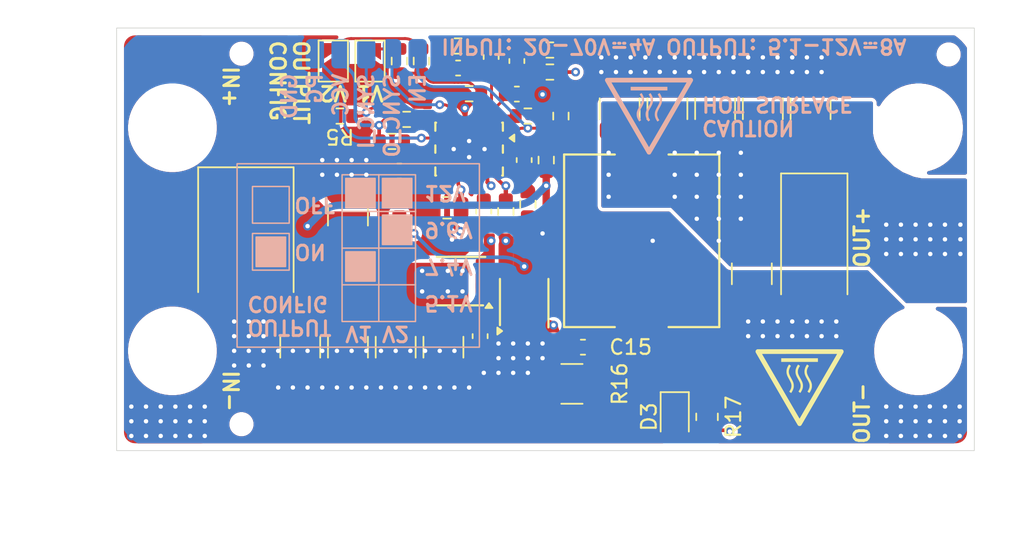
<source format=kicad_pcb>
(kicad_pcb (version 20241229) (generator "pcbnew") (generator_version "9.0")
  (title_block (title "Super Step Down P3A2") (date "2025-10-04") (rev "B") (company "UBCO Aerospace Club") (comment 1 "By Julian Joaquin") (comment 2 "An independent prototype design for the Super Step Down V3"))
  (layers (0 "F.Cu" signal) (4 "In1.Cu" signal) (6 "In2.Cu" signal) (2 "B.Cu" signal) (13 "F.Paste" user) (15 "B.Paste" user) (5 "F.SilkS" user "F.Silkscreen") (7 "B.SilkS" user "B.Silkscreen") (1 "F.Mask" user) (3 "B.Mask" user) (25 "Edge.Cuts" user))
  (net 0 "")
  (net 1 "PGND")
  (net 2 "AGND")
  (net 3 "VCC")
  (net 4 "/SS_TRK")
  (net 5 "/BST")
  (net 6 "/ILIM")
  (net 7 "/FB")
  (net 8 "/COMP_RC2")
  (net 9 "/COMP")
  (net 10 "/COMP_RC1")
  (net 11 "VOUT")
  (net 12 "SYNCIN")
  (net 13 "/HO")
  (net 14 "/SW")
  (net 15 "PG")
  (net 16 "/LO")
  (net 17 "SYNCOUT")
  (net 18 "/RT")
  (net 19 "/VOUT_LED")
  (net 20 "/RBST")
  (net 22 "/U1_VIN")
  (net 23 "U1_EN")
  (net 24 "VBAT")
  (net 25 "/SNUB_RC")
  (net 26 "/JP_CFG1")
  (net 27 "/JP_CFG2")
  (footprint "Capacitor_SMD:C_1210_3225Metric" (layer "F.Cu") (at 167.25 105.5 90)
    (property "Reference" "C21" (hide yes))
    (property "Value" "22uF")
  )
  (footprint "Capacitor_SMD:C_0603_1608Metric" (layer "F.Cu") (at 145 112.5 90)
    (property "Reference" "C13" (hide yes))
    (property "Value" "100nF")
  )
  (footprint "Resistor_SMD:R_0603_1608Metric" (layer "F.Cu") (at 148 112 90)
    (property "Reference" "R6" (hide yes))
    (property "Value" "2.2")
  )
  (footprint "Resistor_SMD:R_0603_1608Metric" (layer "F.Cu") (at 149.5 103 180)
    (property "Reference" "R8" (hide yes))
    (property "Value" "220")
  )
  (footprint "TSDSON-8:PG-TSDSON-8-26" (layer "F.Cu") (at 147.75 118.75 90)
    (property "Reference" "Q2" (hide yes))
    (property "Value" "BSZ096N10LS5")
  )
  (footprint "Capacitor_SMD:C_0603_1608Metric" (layer "F.Cu") (at 147.25 102.25 90)
    (property "Reference" "C10" (hide yes))
    (property "Value" "1.5nF")
  )
  (footprint "TSDSON-8:PG-TSDSON-8-26_TV" (layer "F.Cu") (at 143.45 117.25 180)
    (property "Reference" "Q1" (hide yes))
    (property "Value" "IAUZ30N10S5L240")
  )
  (footprint "NetTie:NetTie-2_SMD_Pad0.5mm" (layer "F.Cu") (at 143.75 107.225 -90)
    (property "Reference" "NT1" (hide yes))
    (property "Value" "NetTie_2" (hide yes))
  )
  (footprint "Resistor_SMD:R_0603_1608Metric" (layer "F.Cu") (at 146.5 112.5 90)
    (property "Reference" "R14" (hide yes))
    (property "Value" "2.2")
  )
  (footprint "Capacitor_SMD:C_0805_2012Metric" (layer "F.Cu") (at 142.5 112.25 180)
    (property "Reference" "C7" (hide yes))
    (property "Value" "2.2uF")
  )
  (footprint "MountingHole:MountingHole_3.2mm_M3_ISO7380" (layer "F.Cu") (at 123.8 106.8)
    (property "Reference" "H1" (hide yes))
    (property "Value" "MountingHole")
  )
  (footprint "Connector_Wire:SolderWirePad_1x01_SMD_3x6mm" (layer "F.Cu") (at 174.9 126.8 -90)
    (property "Reference" "J4" (hide yes))
    (property "Value" "SolderPad")
  )
  (footprint "Resistor_SMD:R_0603_1608Metric" (layer "F.Cu") (at 138.75 107.725)
    (property "Reference" "R7" (hide yes))
    (property "Value" "20k")
  )
  (footprint "Capacitor_SMD:C_0603_1608Metric" (layer "F.Cu") (at 143.25 102.725 180)
    (property "Reference" "C11" (hide yes))
    (property "Value" "3.3nF")
  )
  (footprint "Resistor_SMD:R_0603_1608Metric" (layer "F.Cu") (at 144 104.475 180)
    (property "Reference" "R13" (hide yes))
    (property "Value" "3.74k")
  )
  (footprint "Capacitor_SMD:C_0603_1608Metric" (layer "F.Cu") (at 147.75 109 90)
    (property "Reference" "C9" (hide yes))
    (property "Value" "100nF")
  )
  (footprint "Capacitor_SMD:C_1210_3225Metric" (layer "F.Cu") (at 135.75 121.75 -90)
    (property "Reference" "C2" (hide yes))
    (property "Value" "10uF")
  )
  (footprint "Capacitor_Tantalum_SMD:CP_EIA-7343-20_Kemet-V_HandSolder" (layer "F.Cu") (at 167.5 114.5 -90)
    (property "Reference" "C22" (hide yes))
    (property "Value" "100uF")
  )
  (footprint "Connector_Wire:SolderWirePad_1x01_SMD_3x6mm" (layer "F.Cu") (at 174.9 114.4 -90)
    (property "Reference" "J3" (hide yes))
    (property "Value" "SolderPad")
  )
  (footprint "Connector_Wire:SolderWirePad_1x01_SMD_3x6mm" (layer "F.Cu") (at 123.5 102 90)
    (property "Reference" "J1" (hide yes))
    (property "Value" "SolderPad")
  )
  (footprint "Capacitor_SMD:C_0603_1608Metric" (layer "F.Cu") (at 144.75 121 -90)
    (property "Reference" "C1" (hide yes))
    (property "Value" "100nF")
  )
  (footprint "Capacitor_SMD:C_1210_3225Metric" (layer "F.Cu") (at 132.5 121.75 -90)
    (property "Reference" "C6" (hide yes))
    (property "Value" "10uF")
  )
  (footprint "Capacitor_SMD:C_0603_1608Metric_Pad1.08x0.95mm_HandSolder" (layer "F.Cu") (at 151.75 121.75)
    (property "Reference" "C15")
    (property "Value" "1uF")
  )
  (footprint "Capacitor_SMD:C_1210_3225Metric" (layer "F.Cu") (at 142.25 121.75 -90)
    (property "Reference" "C4" (hide yes))
    (property "Value" "10uF")
  )
  (footprint "MountingHole:MountingHole_3.2mm_M3_ISO7380" (layer "F.Cu") (at 174.6 122)
    (property "Reference" "H4" (hide yes))
    (property "Value" "MountingHole")
  )
  (footprint "Capacitor_SMD:C_1210_3225Metric" (layer "F.Cu") (at 135.75 112.75 90)
    (property "Reference" "C5" (hide yes))
    (property "Value" "10uF")
  )
  (footprint "Capacitor_SMD:C_1210_3225Metric" (layer "F.Cu") (at 139 121.75 -90)
    (property "Reference" "C3" (hide yes))
    (property "Value" "10uF")
  )
  (footprint "Capacitor_SMD:C_1210_3225Metric" (layer "F.Cu") (at 164 105.5 90)
    (property "Reference" "C18" (hide yes))
    (property "Value" "22uF")
  )
  (footprint "Jumper:SolderJumper-2_P1.3mm_Open_TrianglePad1.0x1.5mm" (layer "F.Cu") (at 134.75 102.25 90)
    (property "Reference" "JP2" (hide yes))
    (property "Value" "9.6V")
  )
  (footprint "Capacitor_SMD:C_1210_3225Metric" (layer "F.Cu") (at 163.25 116.75 -90)
    (property "Reference" "C20" (hide yes))
    (property "Value" "22uF")
  )
  (footprint "LOGO" (layer "F.Cu") (at 166.5 124.5 180)
    (property "Reference" "G***" (hide yes))
    (property "Value" "LOGO" (hide yes))
  )
  (footprint "Capacitor_SMD:C_0603_1608Metric" (layer "F.Cu") (at 145.5 101.975 -90)
    (property "Reference" "C12" (hide yes))
    (property "Value" "47pF")
  )
  (footprint "Capacitor_SMD:C_1210_3225Metric" (layer "F.Cu") (at 154.25 105.5 90)
    (property "Reference" "C19" (hide yes))
    (property "Value" "22uF")
  )
  (footprint "Capacitor_SMD:C_0603_1608Metric" (layer "F.Cu") (at 147.25 104.5)
    (property "Reference" "C8" (hide yes))
    (property "Value" "47nF")
  )
  (footprint "Resistor_SMD:R_0603_1608Metric" (layer "F.Cu") (at 139.25 102.25 90)
    (property "Reference" "R11" (hide yes))
    (property "Value" "2.26k")
  )
  (footprint "Diode_SMD:D_SMC" (layer "F.Cu") (at 128.8 114.4 -90)
    (property "Reference" "D1" (hide yes))
    (property "Value" "70V")
  )
  (footprint "MountingHole:ToolingHole_1.152mm" (layer "F.Cu") (at 128.5 101.75)
    (property "Reference" "H6" (hide yes))
    (property "Value" "MountingHole")
  )
  (footprint "Resistor_SMD:R_0603_1608Metric" (layer "F.Cu") (at 149.25 109 90)
    (property "Reference" "R2" (hide yes))
    (property "Value" "150k")
  )
  (footprint "Resistor_SMD:R_0603_1608Metric" (layer "F.Cu") (at 139.75 106.225)
    (property "Reference" "R4" (hide yes))
    (property "Value" "20k")
  )
  (footprint "PA4342-472NLT:IND_PA4342_PUL-M" (layer "F.Cu") (at 155.75 114.5 90)
    (property "Reference" "L1" (hide yes))
    (property "Value" "4.7uH")
  )
  (footprint "MountingHole:MountingHole_3.2mm_M3_ISO7380" (layer "F.Cu") (at 174.6 106.8)
    (property "Reference" "H3" (hide yes))
    (property "Value" "MountingHole")
  )
  (footprint "Resistor_SMD:R_1210_3225Metric_Pad1.30x2.65mm_HandSolder" (layer "F.Cu") (at 151 124.25 180)
    (property "Reference" "R16")
    (property "Value" "1")
  )
  (footprint "LED_SMD:LED_0805_2012Metric" (layer "F.Cu") (at 158 126.5 -90)
    (property "Reference" "D3")
    (property "Value" "YELLOW")
  )
  (footprint "Resistor_SMD:R_0603_1608Metric" (layer "F.Cu") (at 143.25 101.225 180)
    (property "Reference" "R10" (hide yes))
    (property "Value" "12k")
  )
  (footprint "Resistor_SMD:R_0603_1608Metric" (layer "F.Cu") (at 148 106)
    (property "Reference" "R1" (hide yes))
    (property "Value" "24k")
  )
  (footprint "Resistor_SMD:R_0603_1608Metric" (layer "F.Cu") (at 149.5 101.5 180)
    (property "Reference" "R9" (hide yes))
    (property "Value" "20k")
  )
  (footprint "Capacitor_SMD:C_0603_1608Metric" (layer "F.Cu") (at 139.25 109.75 180)
    (property "Reference" "C14" (hide yes))
    (property "Value" "12pF")
  )
  (footprint "Resistor_SMD:R_0603_1608Metric" (layer "F.Cu") (at 140.75 102.25 90)
    (property "Reference" "R12" (hide yes))
    (property "Value" "3.48k")
  )
  (footprint "Resistor_SMD:R_0603_1608Metric" (layer "F.Cu") (at 139.25 112 90)
    (property "Reference" "R15" (hide yes))
    (property "Value" "430")
  )
  (footprint "MountingHole:MountingHole_3.2mm_M3_ISO7380" (layer "F.Cu") (at 123.8 122)
    (property "Reference" "H2" (hide yes))
    (property "Value" "MountingHole")
  )
  (footprint "Connector_Wire:SolderWirePad_1x01_SMD_3x6mm" (layer "F.Cu") (at 123.5 126.8 90)
    (property "Reference" "J2" (hide yes))
    (property "Value" "SolderPad")
  )
  (footprint "MountingHole:ToolingHole_1.152mm" (layer "F.Cu") (at 128.5 127)
    (property "Reference" "H7" (hide yes))
    (property "Value" "MountingHole")
  )
  (footprint "Resistor_SMD:R_0603_1608Metric" (layer "F.Cu") (at 150.25 106 90)
    (property "Reference" "R3" (hide yes))
    (property "Value" "12k")
  )
  (footprint "Resistor_SMD:R_0805_2012Metric" (layer "F.Cu") (at 160.2 126.5 90)
    (property "Reference" "R17")
    (property "Value" "1k")
  )
  (footprint "LM5146RGYR:RGY0020B-MFG" (layer "F.Cu") (at 144 108.25 -90)
    (property "Reference" "U1" (hide yes))
    (property "Value" "LM5146RGYR")
  )
  (footprint "Capacitor_SMD:C_1210_3225Metric" (layer "F.Cu") (at 157.5 105.5 90)
    (property "Reference" "C16" (hide yes))
    (property "Value" "22uF")
  )
  (footprint "Capacitor_SMD:C_1210_3225Metric" (layer "F.Cu") (at 160.75 105.5 90)
    (property "Reference" "C17" (hide yes))
    (property "Value" "22uF")
  )
  (footprint "Jumper:SolderJumper-2_P1.3mm_Open_TrianglePad1.0x1.5mm" (layer "F.Cu") (at 137.25 102.25 90)
    (property "Reference" "JP1" (hide yes))
    (property "Value" "7.4V")
  )
  (footprint "Resistor_SMD:R_0603_1608Metric" (layer "F.Cu") (at 135.2 106 180)
    (property "Reference" "R5")
    (property "Value" "0")
  )
  (footprint "MountingHole:ToolingHole_1.152mm" (layer "F.Cu") (at 176.65 101.8)
    (property "Reference" "H5" (hide yes))
    (property "Value" "MountingHole")
  )
  (footprint "Connector_Custom:SolderWirePad_1x06_SMD_1.5x2mm" (layer "B.Cu") (at 138.9975 101.75 180)
    (property "Reference" "J5" (hide yes))
    (property "Value" "SolderPad_01x05")
  )
  (footprint "LOGO" (layer "B.Cu") (at 156.25 106)
    (property "Reference" "G***" (hide yes))
    (property "Value" "LOGO" (hide yes))
  )
  (gr_rect (start 129.25 110.8) (end 131.75 113.3) (stroke (width 0.1)) (fill no) (layer "B.SilkS"))
  (gr_rect (start 135.35 110) (end 140.35 120) (stroke (width 0.1)) (fill no) (layer "B.SilkS"))
  (gr_rect (start 138.1 110.25) (end 140.1 112.25) (stroke (width 0.1)) (fill yes) (layer "B.SilkS"))
  (gr_rect (start 128.2 109.25) (end 144.7 121.75) (stroke (width 0.1)) (fill no) (layer "B.SilkS"))
  (gr_rect (start 135.6 110.25) (end 137.6 112.25) (stroke (width 0.1)) (fill yes) (layer "B.SilkS"))
  (gr_rect (start 129.25 114) (end 131.75 116.5) (stroke (width 0.1)) (fill no) (layer "B.SilkS"))
  (gr_line (start 135.35 112.5) (end 140.35 112.5) (stroke (width 0.1)) (layer "B.SilkS"))
  (gr_rect (start 135.6 115.25) (end 137.6 117.25) (stroke (width 0.1)) (fill yes) (layer "B.SilkS"))
  (gr_line (start 137.85 120) (end 137.85 110) (stroke (width 0.1)) (layer "B.SilkS"))
  (gr_line (start 135.35 115) (end 140.35 115) (stroke (width 0.1)) (layer "B.SilkS"))
  (gr_line (start 135.35 117.5) (end 140.35 117.5) (stroke (width 0.1)) (layer "B.SilkS"))
  (gr_rect (start 129.5 114.25) (end 131.5 116.25) (stroke (width 0.1)) (fill yes) (layer "B.SilkS"))
  (gr_rect (start 138.1 112.75) (end 140.1 114.75) (stroke (width 0.1)) (fill yes) (layer "B.SilkS"))
  (gr_rect (start 120 100) (end 178.4 128.8) (stroke (width 0.05)) (fill no) (layer "Edge.Cuts"))
  (gr_text "OUT+" (at 170.75 114.25 90) (layer "F.SilkS") (effects (font (size 1 1) (thickness 0.2) (bold yes))))
  (gr_text "V2" (at 134.75 103.85 180) (layer "F.SilkS") (effects (font (size 1 1) (thickness 0.2) (bold yes)) (justify bottom)))
  (gr_text "IN+" (at 127.75 102.5 270) (layer "F.SilkS") (effects (font (size 1 1) (thickness 0.2) (bold yes)) (justify left)))
  (gr_text "V1" (at 137.25 103.85 180) (layer "F.SilkS") (effects (font (size 1 1) (thickness 0.2) (bold yes)) (justify bottom)))
  (gr_text "OUTPUT\nCONFIG" (at 131.75 100.75 270) (layer "F.SilkS") (effects (font (size 1 1) (thickness 0.2) (bold yes)) (justify left)))
  (gr_text "IN-" (at 127.75 126.25 270) (layer "F.SilkS") (effects (font (size 1 1) (thickness 0.2) (bold yes)) (justify right)))
  (gr_text "OUT-" (at 170.75 126.25 90) (layer "F.SilkS") (effects (font (size 1 1) (thickness 0.2) (bold yes))))
  (gr_text "V2" (at 139 120.25 180) (layer "B.SilkS") (effects (font (size 1 1) (thickness 0.2) (bold yes)) (justify bottom mirror)))
  (gr_text "5.1V" (at 140.85 118.75 180) (layer "B.SilkS") (effects (font (size 1 1) (thickness 0.2) (bold yes)) (justify left mirror)))
  (gr_text "7.4V" (at 140.85 116.25 180) (layer "B.SilkS") (effects (font (size 1 1) (thickness 0.2) (bold yes)) (justify left mirror)))
  (gr_text "VCC" (at 135.25 103 90) (layer "B.SilkS") (effects (font (size 1 1) (thickness 0.2) (bold yes)) (justify left mirror)))
  (gr_text "12V" (at 140.85 111.25 180) (layer "B.SilkS") (effects (font (size 1 1) (thickness 0.2) (bold yes)) (justify left mirror)))
  (gr_text "CAUTION\nHOT SURFACE" (at 159.75 106 180) (layer "B.SilkS") (effects (font (size 1 1) (thickness 0.2) (bold yes)) (justify left mirror)))
  (gr_text "OFF" (at 132 112.05 180) (layer "B.SilkS") (effects (font (size 1 1) (thickness 0.2) (bold yes)) (justify left mirror)))
  (gr_text "GND" (at 131.75 103 90) (layer "B.SilkS") (effects (font (size 1 1) (thickness 0.2) (bold yes)) (justify left mirror)))
  (gr_text "EN" (at 140.5 103 90) (layer "B.SilkS") (effects (font (size 1 1) (thickness 0.2) (bold yes)) (justify left mirror)))
  (gr_text "PG" (at 133.5 103 90) (layer "B.SilkS") (effects (font (size 1 1) (thickness 0.2) (bold yes)) (justify left mirror)))
  (gr_text "INPUT: 20-70V⎓4A OUTPUT: 5.1-12V⎓8A" (at 142 101.25 180) (layer "B.SilkS") (effects (font (size 1 1) (thickness 0.2) (bold yes)) (justify left mirror)))
  (gr_text "SYNC_O" (at 138.75 103 90) (layer "B.SilkS") (effects (font (size 1 1) (thickness 0.2) (bold yes)) (justify left mirror)))
  (gr_text "9.6V" (at 140.85 113.75 180) (layer "B.SilkS") (effects (font (size 1 1) (thickness 0.2) (bold yes)) (justify left mirror)))
  (gr_text "SYNC_I" (at 137 103 90) (layer "B.SilkS") (effects (font (size 1 1) (thickness 0.2) (bold yes)) (justify left mirror)))
  (gr_text "V1" (at 136.5 120.25 180) (layer "B.SilkS") (effects (font (size 1 1) (thickness 0.2) (bold yes)) (justify bottom mirror)))
  (gr_text "OUTPUT\nCONFIG" (at 128.8 119.6 180) (layer "B.SilkS") (effects (font (size 1 1) (thickness 0.2) (bold yes)) (justify left mirror)))
  (gr_text "ON" (at 132 115.25 180) (layer "B.SilkS") (effects (font (size 1 1) (thickness 0.2) (bold yes)) (justify left mirror)))
  (segment (start 142.250001 109.899999) (end 142.250001 110.249999) (width 0.25) (layer "F.Cu") (net 1))
  (segment (start 142.833023 114.416977) (end 142.833023 114.347678) (width 0.5) (layer "F.Cu") (net 1))
  (segment (start 144 108.25) (end 143.499999 108.25) (width 0.25) (layer "F.Cu") (net 1))
  (segment (start 141.55 113.05) (end 141.55 112.25) (width 0.5) (layer "F.Cu") (net 1))
  (segment (start 142.64771 114.162365) (end 142.64771 114.14771) (width 0.5) (layer "F.Cu") (net 1))
  (segment (start 142.250001 109.5) (end 142.250001 109.899999) (width 0.25) (layer "F.Cu") (net 1))
  (segment (start 143.499999 108.25) (end 142.250001 109.5) (width 0.25) (layer "F.Cu") (net 1))
  (segment (start 141.55 110.95) (end 141.55 112.25) (width 0.25) (layer "F.Cu") (net 1))
  (segment (start 142.64771 114.14771) (end 141.55 113.05) (width 0.5) (layer "F.Cu") (net 1))
  (segment (start 142.833023 114.347678) (end 142.64771 114.162365) (width 0.5) (layer "F.Cu") (net 1))
  (segment (start 142.250001 110.249999) (end 141.55 110.95) (width 0.25) (layer "F.Cu") (net 1))
  (segment (start 141.5 112.3) (end 141.55 112.25) (width 0.25) (layer "F.Cu") (net 1))
  (via (at 155 103) (size 0.6) (drill 0.3) (layers "F.Cu" "B.Cu") (net 1))
  (via (at 167 103) (size 0.6) (drill 0.3) (layers "F.Cu" "B.Cu") (net 1))
  (via (at 163 102) (size 0.6) (drill 0.3) (layers "F.Cu" "B.Cu") (net 1))
  (via (at 153 102) (size 0.6) (drill 0.3) (layers "F.Cu" "B.Cu") (net 1))
  (via (at 149 114) (size 0.6) (drill 0.3) (layers "F.Cu" "B.Cu") (net 1))
  (via (at 149 121.499048) (size 0.6) (drill 0.3) (layers "F.Cu" "B.Cu") (net 1))
  (via (at 131 124.5) (size 0.6) (drill 0.3) (layers "F.Cu" "B.Cu") (net 1))
  (via (at 135 124.5) (size 0.6) (drill 0.3) (layers "F.Cu" "B.Cu") (net 1))
  (via (at 128 121) (size 0.6) (drill 0.3) (layers "F.Cu" "B.Cu") (net 1))
  (via (at 166 102) (size 0.6) (drill 0.3) (layers "F.Cu" "B.Cu") (net 1))
  (via (at 156.982182 102.988214) (size 0.6) (drill 0.3) (layers "F.Cu" "B.Cu") (net 1))
  (via (at 139 124.5) (size 0.6) (drill 0.3) (layers "F.Cu" "B.Cu") (net 1))
  (via (at 159 102) (size 0.6) (drill 0.3) (layers "F.Cu" "B.Cu") (net 1))
  (via (at 142.833023 114.416977) (size 0.6) (drill 0.3) (layers "F.Cu" "B.Cu") (net 1))
  (via (at 137 124.5) (size 0.6) (drill 0.3) (layers "F.Cu" "B.Cu") (net 1))
  (via (at 162 103) (size 0.6) (drill 0.3) (layers "F.Cu" "B.Cu") (net 1))
  (via (at 160 102) (size 0.6) (drill 0.3) (layers "F.Cu" "B.Cu") (net 1))
  (via (at 146 121.5) (size 0.6) (drill 0.3) (layers "F.Cu" "B.Cu") (net 1))
  (via (at 141 124.5) (size 0.6) (drill 0.3) (layers "F.Cu" "B.Cu") (net 1))
  (via (at 149 122.5) (size 0.6) (drill 0.3) (layers "F.Cu" "B.Cu") (net 1))
  (via (at 144 124.5) (size 0.6) (drill 0.3) (layers "F.Cu" "B.Cu") (net 1))
  (via (at 137 110) (size 0.6) (drill 0.3) (layers "F.Cu" "B.Cu") (net 1))
  (via (at 131 122) (size 0.6) (drill 0.3) (layers "F.Cu" "B.Cu") (net 1))
  (via (at 135 122) (size 0.6) (drill 0.3) (layers "F.Cu" "B.Cu") (net 1))
  (via (at 164 121) (size 0.6) (drill 0.3) (layers "F.Cu" "B.Cu") (net 1))
  (via (at 168 103) (size 0.6) (drill 0.3) (layers "F.Cu" "B.Cu") (net 1))
  (via (at 167 102) (size 0.6) (drill 0.3) (layers "F.Cu" "B.Cu") (net 1))
  (via (at 145 123.5) (size 0.6) (drill 0.3) (layers "F.Cu" "B.Cu") (net 1))
  (via (at 143 124.5) (size 0.6) (drill 0.3) (layers "F.Cu" "B.Cu") (net 1))
  (via (at 161 103) (size 0.6) (drill 0.3) (layers "F.Cu" "B.Cu") (net 1))
  (via (at 164 102) (size 0.6) (drill 0.3) (layers "F.Cu" "B.Cu") (net 1))
  (via (at 133 122) (size 0.6) (drill 0.3) (layers "F.Cu" "B.Cu") (net 1))
  (via (at 146 122.5) (size 0.6) (drill 0.3) (layers "F.Cu" "B.Cu") (net 1))
  (via (at 129 121) (size 0.6) (drill 0.3) (layers "F.Cu" "B.Cu") (net 1))
  (via (at 153 103) (size 0.6) (drill 0.3) (layers "F.Cu" "B.Cu") (net 1))
  (via (at 132 124.5) (size 0.6) (drill 0.3) (layers "F.Cu" "B.Cu") (net 1))
  (via (at 169 121) (size 0.6) (drill 0.3) (layers "F.Cu" "B.Cu") (net 1))
  (via (at 154 102) (size 0.6) (drill 0.3) (layers "F.Cu" "B.Cu") (net 1))
  (via (at 165 102) (size 0.6) (drill 0.3) (layers "F.Cu" "B.Cu") (net 1))
  (via (at 163 120) (size 0.6) (drill 0.3) (layers "F.Cu" "B.Cu") (net 1))
  (via (at 165 120) (size 0.6) (drill 0.3) (layers "F.Cu" "B.Cu") (net 1))
  (via (at 128 122) (size 0.6) (drill 0.3) (layers "F.Cu" "B.Cu") (net 1))
  (via (at 134 122) (size 0.6) (drill 0.3) (layers "F.Cu" "B.Cu") (net 1))
  (via (at 158 103) (size 0.6) (drill 0.3) (layers "F.Cu" "B.Cu") (net 1))
  (via (at 128 123) (size 0.6) (drill 0.3) (layers "F.Cu" "B.Cu") (net 1))
  (via (at 148 122.5) (size 0.6) (drill 0.3) (layers "F.Cu" "B.Cu") (net 1))
  (via (at 142 124.5) (size 0.6) (drill 0.3) (layers "F.Cu" "B.Cu") (net 1))
  (via (at 147 121.5) (size 0.6) (drill 0.3) (layers "F.Cu" "B.Cu") (net 1))
  (via (at 161 102) (size 0.6) (drill 0.3) (layers "F.Cu" "B.Cu") (net 1))
  (via (at 136 122) (size 0.6) (drill 0.3) (layers "F.Cu" "B.Cu") (net 1))
  (via (at 154 103) (size 0.6) (drill 0.3) (layers "F.Cu" "B.Cu") (net 1))
  (via (at 160 103) (size 0.6) (drill 0.3) (layers "F.Cu" "B.Cu") (net 1))
  (via (at 129 120) (size 0.6) (drill 0.3) (layers "F.Cu" "B.Cu") (net 1))
  (via (at 139 122) (size 0.6) (drill 0.3) (layers "F.Cu" "B.Cu") (net 1))
  (via (at 133 124.5) (size 0.6) (drill 0.3) (layers "F.Cu" "B.Cu") (net 1))
  (via (at 130 122) (size 0.6) (drill 0.3) (layers "F.Cu" "B.Cu") (net 1))
  (via (at 162 102) (size 0.6) (drill 0.3) (layers "F.Cu" "B.Cu") (net 1))
  (via (at 132 122) (size 0.6) (drill 0.3) (layers "F.Cu" "B.Cu") (net 1))
  (via (at 156.5 114.5) (size 0.6) (drill 0.3) (layers "F.Cu" "B.Cu") (net 1))
  (via (at 165 103) (size 0.6) (drill 0.3) (layers "F.Cu" "B.Cu") (net 1))
  (via (at 134 110) (size 0.6) (drill 0.3) (layers "F.Cu" "B.Cu") (net 1))
  (via (at 155 102) (size 0.6) (drill 0.3) (layers "F.Cu" "B.Cu") (net 1))
  (via (at 163 103) (size 0.6) (drill 0.3) (layers "F.Cu" "B.Cu") (net 1))
  (via (at 136 110) (size 0.6) (drill 0.3) (layers "F.Cu" "B.Cu") (net 1))
  (via (at 128 120) (size 0.6) (drill 0.3) (layers "F.Cu" "B.Cu") (net 1))
  (via (at 130 121) (size 0.6) (drill 0.3) (layers "F.Cu" "B.Cu") (net 1))
  (via (at 130 123) (size 0.6) (drill 0.3) (layers "F.Cu" "B.Cu") (net 1))
  (via (at 165 121) (size 0.6) (drill 0.3) (layers "F.Cu" "B.Cu") (net 1))
  (via (at 141 122) (size 0.6) (drill 0.3) (layers "F.Cu" "B.Cu") (net 1))
  (via (at 156 103) (size 0.6) (drill 0.3) (layers "F.Cu" "B.Cu") (net 1))
  (via (at 163 121) (size 0.6) (drill 0.3) (layers "F.Cu" "B.Cu") (net 1))
  (via (at 164 103) (size 0.6) (drill 0.3) (layers "F.Cu" "B.Cu") (net 1))
  (via (at 140 124.5) (size 0.6) (drill 0.3) (layers "F.Cu" "B.Cu") (net 1))
  (via (at 147 123.5) (size 0.6) (drill 0.3) (layers "F.Cu" "B.Cu") (net 1))
  (via (at 140 122) (size 0.6) (drill 0.3) (layers "F.Cu" "B.Cu") (net 1))
  (via (at 169 120) (size 0.6) (drill 0.3) (layers "F.Cu" "B.Cu") (net 1))
  (via (at 136 109) (size 0.6) (drill 0.3) (layers "F.Cu" "B.Cu") (net 1))
  (via (at 143 122) (size 0.6) (drill 0.3) (layers "F.Cu" "B.Cu") (net 1))
  (via (at 129 122) (size 0.6) (drill 0.3) (layers "F.Cu" "B.Cu") (net 1))
  (via (at 166 120) (size 0.6) (drill 0.3) (layers "F.Cu" "B.Cu") (net 1))
  (via (at 148 121.5) (size 0.6) (drill 0.3) (layers "F.Cu" "B.Cu") (net 1))
  (via (at 137 109) (size 0.6) (drill 0.3) (layers "F.Cu" "B.Cu") (net 1))
  (via (at 164 120) (size 0.6) (drill 0.3) (layers "F.Cu" "B.Cu") (net 1))
  (via (at 138 122) (size 0.6) (drill 0.3) (layers "F.Cu" "B.Cu") (net 1))
  (via (at 135 109) (size 0.6) (drill 0.3) (layers "F.Cu" "B.Cu") (net 1))
  (via (at 166 103) (size 0.6) (drill 0.3) (layers "F.Cu" "B.Cu") (net 1))
  (via (at 142 122) (size 0.6) (drill 0.3) (layers "F.Cu" "B.Cu") (net 1))
  (via (at 168 120) (size 0.6) (drill 0.3) (layers "F.Cu" "B.Cu") (net 1))
  (via (at 167 120) (size 0.6) (drill 0.3) (layers "F.Cu" "B.Cu") (net 1))
  (via (at 135 110) (size 0.6) (drill 0.3) (layers "F.Cu" "B.Cu") (net 1))
  (via (at 166 121) (size 0.6) (drill 0.3) (layers "F.Cu" "B.Cu") (net 1))
  (via (at 134 109) (size 0.6) (drill 0.3) (layers "F.Cu" "B.Cu") (net 1))
  (via (at 147 122.5) (size 0.6) (drill 0.3) (layers "F.Cu" "B.Cu") (net 1))
  (via (at 138 124.5) (size 0.6) (drill 0.3) (layers "F.Cu" "B.Cu") (net 1))
  (via (at 130 120) (size 0.6) (drill 0.3) (layers "F.Cu" "B.Cu") (net 1))
  (via (at 168 102) (size 0.6) (drill 0.3) (layers "F.Cu" "B.Cu") (net 1))
  (via (at 156.982182 101.988214) (size 0.6) (drill 0.3) (layers "F.Cu" "B.Cu") (net 1))
  (via (at 148 123.5) (size 0.6) (drill 0.3) (layers "F.Cu" "B.Cu") (net 1))
  (via (at 136 124.5) (size 0.6) (drill 0.3) (layers "F.Cu" "B.Cu") (net 1))
  (via (at 129 123) (size 0.6) (drill 0.3) (layers "F.Cu" "B.Cu") (net 1))
  (via (at 168 121) (size 0.6) (drill 0.3) (layers "F.Cu" "B.Cu") (net 1))
  (via (at 159 103) (size 0.6) (drill 0.3) (layers "F.Cu" "B.Cu") (net 1))
  (via (at 158 102) (size 0.6) (drill 0.3) (layers "F.Cu" "B.Cu") (net 1))
  (via (at 167 121) (size 0.6) (drill 0.3) (layers "F.Cu" "B.Cu") (net 1))
  (via (at 146 123.5) (size 0.6) (drill 0.3) (layers "F.Cu" "B.Cu") (net 1))
  (via (at 137 122) (size 0.6) (drill 0.3) (layers "F.Cu" "B.Cu") (net 1))
  (via (at 156 102) (size 0.6) (drill 0.3) (layers "F.Cu" "B.Cu") (net 1))
  (via (at 134 124.5) (size 0.6) (drill 0.3) (layers "F.Cu" "B.Cu") (net 1))
  (segment (start 143.603553 104.903553) (end 143.175 104.475) (width 0.3) (layer "F.Cu") (net 2))
  (segment (start 143.75 105.420014) (end 143.75 105.257107) (width 0.3) (layer "F.Cu") (net 2))
  (segment (start 143.75 105.493328) (end 143.75 106.600001) (width 0.25) (layer "F.Cu") (net 2))
  (segment (start 143.175 104.475) (end 138.75 104.475) (width 0.3) (layer "F.Cu") (net 2))
  (segment (start 143.713343 105.456671) (end 143.75 105.420014) (width 0.25) (layer "F.Cu") (net 2))
  (segment (start 138.75 104.475) (end 137.25 102.975) (width 0.3) (layer "F.Cu") (net 2))
  (segment (start 143.713343 105.456671) (end 143.75 105.493328) (width 0.25) (layer "F.Cu") (net 2))
  (via (at 143.713343 105.456671) (size 0.6) (drill 0.3) (layers "F.Cu" "B.Cu") (net 2))
  (via (at 149 104.525) (size 0.6) (drill 0.3) (layers "F.Cu" "B.Cu") (net 2))
  (arc (start 143.603553 104.903553) (mid 143.71194 105.065765) (end 143.75 105.257107) (width 0.3) (layer "F.Cu") (net 2))
  (segment (start 143.249999 110.517892) (end 143.249999 109.899999) (width 0.25) (layer "F.Cu") (net 3))
  (segment (start 143.45 110.925) (end 143.396445 110.871445) (width 0.25) (layer "F.Cu") (net 3))
  (segment (start 143.45 111.025) (end 143.45 112.25) (width 0.4) (layer "F.Cu") (net 3))
  (segment (start 137.875 106.625) (end 137.875 107.675) (width 0.25) (layer "F.Cu") (net 3))
  (segment (start 138.187132 106.312868) (end 137.875 106.625) (width 0.25) (layer "F.Cu") (net 3))
  (segment (start 143.45 111.025) (end 143.45 110.925) (width 0.25) (layer "F.Cu") (net 3))
  (segment (start 138.925 106.225) (end 138.399264 106.225) (width 0.25) (layer "F.Cu") (net 3))
  (segment (start 137.875 107.675) (end 137.925 107.725) (width 0.25) (layer "F.Cu") (net 3))
  (via (at 143.45 111.025) (size 0.6) (drill 0.3) (layers "F.Cu" "B.Cu") (net 3))
  (via (at 137.875 106.625) (size 0.6) (drill 0.3) (layers "F.Cu" "B.Cu") (net 3))
  (arc (start 143.249999 110.517892) (mid 143.288059 110.709233) (end 143.396445 110.871445) (width 0.25) (layer "F.Cu") (net 3))
  (arc (start 138.399264 106.225) (mid 138.284459 106.247836) (end 138.187132 106.312868) (width 0.25) (layer "F.Cu") (net 3))
  (segment (start 136.25 106.042893) (end 136.25 103.664214) (width 0.25) (layer "B.Cu") (net 3))
  (segment (start 136.478553 106.478553) (end 136.396446 106.396446) (width 0.25) (layer "B.Cu") (net 3))
  (segment (start 135.2475 102.2475) (end 135.2475 101.75) (width 0.25) (layer "B.Cu") (net 3))
  (segment (start 137.875 106.625) (end 136.832107 106.625) (width 0.25) (layer "B.Cu") (net 3))
  (segment (start 135.957107 102.957107) (end 135.2475 102.2475) (width 0.25) (layer "B.Cu") (net 3))
  (arc (start 136.478553 106.478553) (mid 136.640765 106.58694) (end 136.832107 106.625) (width 0.25) (layer "B.Cu") (net 3))
  (arc (start 136.396446 106.396446) (mid 136.28806 106.234234) (end 136.25 106.042893) (width 0.25) (layer "B.Cu") (net 3))
  (arc (start 135.957107 102.957107) (mid 136.17388 103.28153) (end 136.25 103.664214) (width 0.25) (layer "B.Cu") (net 3))
  (segment (start 145.25 106.600001) (end 145.25 106.182107) (width 0.2) (layer "F.Cu") (net 4))
  (segment (start 145.396447 105.828553) (end 146.475 104.75) (width 0.2) (layer "F.Cu") (net 4))
  (arc (start 145.25 106.182107) (mid 145.28806 105.990765) (end 145.396447 105.828553) (width 0.2) (layer "F.Cu") (net 4))
  (segment (start 144.750001 109.899999) (end 144.750001 111.475001) (width 0.25) (layer "F.Cu") (net 5))
  (segment (start 144.750001 111.475001) (end 145 111.725) (width 0.25) (layer "F.Cu") (net 5))
  (segment (start 140.603552 109.146448) (end 139.396446 110.353554) (width 0.2) (layer "F.Cu") (net 6))
  (segment (start 141.849999 109.000001) (end 140.957106 109.000001) (width 0.2) (layer "F.Cu") (net 6))
  (segment (start 139.25 110.707107) (end 139.25 111.175) (width 0.2) (layer "F.Cu") (net 6))
  (arc (start 139.396446 110.353554) (mid 139.28806 110.515766) (end 139.25 110.707107) (width 0.2) (layer "F.Cu") (net 6))
  (arc (start 140.957106 109.000001) (mid 140.765764 109.038061) (end 140.603552 109.146448) (width 0.2) (layer "F.Cu") (net 6))
  (segment (start 147.275 101.5) (end 147.25 101.475) (width 0.2) (layer "F.Cu") (net 7))
  (segment (start 147.25 101.475) (end 146.624264 101.475) (width 0.2) (layer "F.Cu") (net 7))
  (segment (start 144.075 101.225) (end 145.475 101.225) (width 0.2) (layer "F.Cu") (net 7))
  (segment (start 146.100736 101.2) (end 145.5 101.2) (width 0.2) (layer "F.Cu") (net 7))
  (segment (start 143.224 103.475) (end 143 103.699) (width 0.2) (layer "F.Cu") (net 7))
  (segment (start 146.412132 101.387132) (end 146.312868 101.287868) (width 0.2) (layer "F.Cu") (net 7))
  (segment (start 143.25 103.475) (end 143.276 103.475) (width 0.2) (layer "F.Cu") (net 7))
  (segment (start 143.276 103.475) (end 143.5 103.699) (width 0.2) (layer "F.Cu") (net 7))
  (segment (start 143.25 103.699) (end 143 103.699) (width 0.2) (layer "F.Cu") (net 7))
  (segment (start 143.276 103.475) (end 143.224 103.475) (width 0.2) (layer "F.Cu") (net 7))
  (segment (start 144.075 101.225) (end 143.396446 101.903554) (width 0.2) (layer "F.Cu") (net 7))
  (segment (start 143.5 103.699) (end 143.25 103.699) (width 0.2) (layer "F.Cu") (net 7))
  (segment (start 145.475 101.225) (end 145.5 101.2) (width 0.2) (layer "F.Cu") (net 7))
  (segment (start 143.841893 103.699) (end 143.5 103.699) (width 0.2) (layer "F.Cu") (net 7))
  (segment (start 148.675 101.5) (end 147.275 101.5) (width 0.2) (layer "F.Cu") (net 7))
  (segment (start 143.25 102.257107) (end 143.25 103.475) (width 0.2) (layer "F.Cu") (net 7))
  (segment (start 144.825 104.475) (end 144.195446 103.845446) (width 0.2) (layer "F.Cu") (net 7))
  (segment (start 141.227553 103.552553) (end 140.75 103.075) (width 0.2) (layer "F.Cu") (net 7))
  (segment (start 144.25 105.932107) (end 144.25 106.600001) (width 0.2) (layer "F.Cu") (net 7))
  (segment (start 143.25 103.475) (end 143.25 103.699) (width 0.2) (layer "F.Cu") (net 7))
  (segment (start 144.678553 105.296447) (end 144.396446 105.578554) (width 0.2) (layer "F.Cu") (net 7))
  (segment (start 144.825 104.475) (end 144.825 104.942893) (width 0.2) (layer "F.Cu") (net 7))
  (segment (start 140.75 103.075) (end 139.25 103.075) (width 0.2) (layer "F.Cu") (net 7))
  (segment (start 143 103.699) (end 141.581107 103.699) (width 0.2) (layer "F.Cu") (net 7))
  (arc (start 143.396446 101.903554) (mid 143.28806 102.065766) (end 143.25 102.257107) (width 0.2) (layer "F.Cu") (net 7))
  (arc (start 144.195446 103.845446) (mid 144.033234 103.73706) (end 143.841893 103.699) (width 0.2) (layer "F.Cu") (net 7))
  (arc (start 144.25 105.932107) (mid 144.28806 105.740766) (end 144.396446 105.578554) (width 0.2) (layer "F.Cu") (net 7))
  (arc (start 141.227553 103.552553) (mid 141.389765 103.66094) (end 141.581107 103.699) (width 0.2) (layer "F.Cu") (net 7))
  (arc (start 146.412132 101.387132) (mid 146.509459 101.452164) (end 146.624264 101.475) (width 0.2) (layer "F.Cu") (net 7))
  (arc (start 144.825 104.942893) (mid 144.78694 105.134235) (end 144.678553 105.296447) (width 0.2) (layer "F.Cu") (net 7))
  (arc (start 146.312868 101.287868) (mid 146.215541 101.222836) (end 146.100736 101.2) (width 0.2) (layer "F.Cu") (net 7))
  (segment (start 147.25 103.025) (end 148.65 103.025) (width 0.2) (layer "F.Cu") (net 8))
  (segment (start 148.65 103.025) (end 148.675 103) (width 0.2) (layer "F.Cu") (net 8))
  (segment (start 145.5 102.75) (end 145.526 102.776) (width 0.2) (layer "F.Cu") (net 9))
  (segment (start 144.750001 106.106107) (end 144.750001 106.600001) (width 0.2) (layer "F.Cu") (net 9))
  (segment (start 145.475 102.725) (end 145.5 102.75) (width 0.2) (layer "F.Cu") (net 9))
  (segment (start 145.526 102.776) (end 145.526 104.915894) (width 0.2) (layer "F.Cu") (net 9))
  (segment (start 144.025 102.725) (end 145.475 102.725) (width 0.2) (layer "F.Cu") (net 9))
  (segment (start 145.379553 105.269448) (end 144.896447 105.752554) (width 0.2) (layer "F.Cu") (net 9))
  (arc (start 144.750001 106.106107) (mid 144.788061 105.914766) (end 144.896447 105.752554) (width 0.2) (layer "F.Cu") (net 9))
  (arc (start 145.379553 105.269448) (mid 145.48794 105.107236) (end 145.526 104.915894) (width 0.2) (layer "F.Cu") (net 9))
  (segment (start 142.425 102.675) (end 142.475 102.725) (width 0.2) (layer "F.Cu") (net 10))
  (segment (start 142.425 101.225) (end 142.425 102.675) (width 0.2) (layer "F.Cu") (net 10))
  (segment (start 160.2 127.4125) (end 161.6625 127.4125) (width 0.25) (layer "F.Cu") (net 11))
  (segment (start 150.325 103) (end 150.325 101.5) (width 0.2) (layer "F.Cu") (net 11))
  (segment (start 151.25 103) (end 150.325 103) (width 0.25) (layer "F.Cu") (net 11))
  (via (at 162.5 110) (size 0.6) (drill 0.3) (layers "F.Cu" "B.Cu") (net 11))
  (via (at 161 111.5) (size 0.6) (drill 0.3) (layers "F.Cu" "B.Cu") (net 11))
  (via (at 151.25 103) (size 0.6) (drill 0.3) (layers "F.Cu" "B.Cu") (net 11))
  (via (at 161 108.5) (size 0.6) (drill 0.3) (layers "F.Cu" "B.Cu") (net 11))
  (via (at 159.5 113) (size 0.6) (drill 0.3) (layers "F.Cu" "B.Cu") (net 11))
  (via (at 161 113) (size 0.6) (drill 0.3) (layers "F.Cu" "B.Cu") (net 11))
  (via (at 159.5 111.5) (size 0.6) (drill 0.3) (layers "F.Cu" "B.Cu") (net 11))
  (via (at 162.5 111.5) (size 0.6) (drill 0.3) (layers "F.Cu" "B.Cu") (net 11))
  (via (at 159.5 108.5) (size 0.6) (drill 0.3) (layers "F.Cu" "B.Cu") (net 11))
  (via (at 159.5 110) (size 0.6) (drill 0.3) (layers "F.Cu" "B.Cu") (net 11))
  (via (at 153.5 110) (size 0.6) (drill 0.3) (layers "F.Cu" "B.Cu") (net 11))
  (via (at 153.5 111.5) (size 0.6) (drill 0.3) (layers "F.Cu" "B.Cu") (net 11))
  (via (at 162.5 108.5) (size 0.6) (drill 0.3) (layers "F.Cu" "B.Cu") (net 11))
  (via (at 162.5 113) (size 0.6) (drill 0.3) (layers "F.Cu" "B.Cu") (net 11))
  (via (at 158 110) (size 0.6) (drill 0.3) (layers "F.Cu" "B.Cu") (net 11))
  (via (at 161.75 127.5) (size 0.6) (drill 0.3) (layers "F.Cu" "B.Cu") (net 11))
  (via (at 161 110) (size 0.6) (drill 0.3) (layers "F.Cu" "B.Cu") (net 11))
  (via (at 158 111.5) (size 0.6) (drill 0.3) (layers "F.Cu" "B.Cu") (net 11))
  (via (at 158 108.5) (size 0.6) (drill 0.3) (layers "F.Cu" "B.Cu") (net 11))
  (via (at 161 114.5) (size 0.6) (drill 0.3) (layers "F.Cu" "B.Cu") (net 11))
  (via (at 153.5 108.5) (size 0.6) (drill 0.3) (layers "F.Cu" "B.Cu") (net 11))
  (segment (start 136.025 106) (end 136.542893 106) (width 0.2) (layer "F.Cu") (net 12))
  (segment (start 141.25 105.875) (end 142.242893 105.875) (width 0.2) (layer "F.Cu") (net 12))
  (segment (start 142.603553 106.028553) (end 142.596446 106.021446) (width 0.2) (layer "F.Cu") (net 12))
  (segment (start 136.896447 105.853553) (end 137 105.75) (width 0.2) (layer "F.Cu") (net 12))
  (segment (start 141.25 105.875) (end 140.282107 105.875) (width 0.2) (layer "F.Cu") (net 12))
  (segment (start 142.75 106.600001) (end 142.75 106.382107) (width 0.2) (layer "F.Cu") (net 12))
  (segment (start 140.575 106.225) (end 140.925 105.875) (width 0.2) (layer "F.Cu") (net 12))
  (segment (start 140.925 105.875) (end 141.25 105.875) (width 0.2) (layer "F.Cu") (net 12))
  (segment (start 137.154553 105.595447) (end 137 105.75) (width 0.2) (layer "F.Cu") (net 12))
  (segment (start 139.456477 105.449) (end 137.508107 105.449) (width 0.2) (layer "F.Cu") (net 12))
  (segment (start 140.007292 105.792708) (end 139.81003 105.595446) (width 0.2) (layer "F.Cu") (net 12))
  (via (at 137 105.75) (size 0.6) (drill 0.3) (layers "F.Cu" "B.Cu") (net 12))
  (arc (start 142.75 106.382107) (mid 142.71194 106.190765) (end 142.603553 106.028553) (width 0.2) (layer "F.Cu") (net 12))
  (arc (start 137.508107 105.449) (mid 137.316765 105.48706) (end 137.154553 105.595447) (width 0.2) (layer "F.Cu") (net 12))
  (arc (start 136.896447 105.853553) (mid 136.734235 105.96194) (end 136.542893 106) (width 0.2) (layer "F.Cu") (net 12))
  (arc (start 139.456477 105.449) (mid 139.647818 105.48706) (end 139.81003 105.595446) (width 0.2) (layer "F.Cu") (net 12))
  (arc (start 142.596446 106.021446) (mid 142.434234 105.91306) (end 142.242893 105.875) (width 0.2) (layer "F.Cu") (net 12))
  (arc (start 140.282107 105.875) (mid 140.090765 105.83694) (end 139.928553 105.728553) (width 0.2) (layer "F.Cu") (net 12))
  (segment (start 137 105.75) (end 136.9975 105.7475) (width 0.2) (layer "B.Cu") (net 12))
  (segment (start 136.9975 105.7475) (end 136.9975 101.75) (width 0.2) (layer "B.Cu") (net 12))
  (segment (start 145.25 110.5) (end 145.25 109.899999) (width 0.25) (layer "F.Cu") (net 13))
  (segment (start 145.5 114.5) (end 145.475 114.475) (width 0.4) (layer "F.Cu") (net 13))
  (segment (start 145.5 110.75) (end 145.25 110.5) (width 0.3) (layer "F.Cu") (net 13))
  (segment (start 145.5 115.675) (end 144.9 116.275) (width 0.35) (layer "F.Cu") (net 13))
  (segment (start 145.5 114.5) (end 145.5 115.675) (width 0.4) (layer "F.Cu") (net 13))
  (via (at 145.5 110.75) (size 0.6) (drill 0.3) (layers "F.Cu" "B.Cu") (net 13))
  (via (at 145.5 114.5) (size 0.6) (drill 0.3) (layers "F.Cu" "B.Cu") (net 13))
  (segment (start 146.385298 110.75) (end 146.5 110.75) (width 0.25) (layer "F.Cu") (net 14))
  (segment (start 145.55 117.575) (end 144.9 117.575) (width 0.5) (layer "F.Cu") (net 14))
  (segment (start 150.8875 121.75) (end 150.8875 119.3875) (width 0.5) (layer "F.Cu") (net 14))
  (segment (start 150.8875 119.3875) (end 149.53 118.03) (width 0.5) (layer "F.Cu") (net 14))
  (segment (start 139.25 112.825) (end 139.25 113) (width 0.25) (layer "F.Cu") (net 14))
  (segment (start 144.9 117.55) (end 144.9 117.575) (width 0.5) (layer "F.Cu") (net 14))
  (segment (start 145.749999 109.899999) (end 145.749999 110.114701) (width 0.25) (layer "F.Cu") (net 14))
  (segment (start 145.749999 110.114701) (end 146.385298 110.75) (width 0.25) (layer "F.Cu") (net 14))
  (segment (start 149.53 118.03) (end 147.75 118.03) (width 0.5) (layer "F.Cu") (net 14))
  (segment (start 146.5 110.75) (end 146.5 111.675) (width 0.3) (layer "F.Cu") (net 14))
  (segment (start 146.5 116.625) (end 145.55 117.575) (width 0.5) (layer "F.Cu") (net 14))
  (segment (start 146.5 115.975) (end 146.5 116.625) (width 0.5) (layer "F.Cu") (net 14))
  (segment (start 146.5 114.5) (end 146.5 115.975) (width 0.4) (layer "F.Cu") (net 14))
  (segment (start 139.25 113) (end 140.25 114) (width 0.25) (layer "F.Cu") (net 14))
  (via (at 146.5 114.5) (size 0.6) (drill 0.3) (layers "F.Cu" "B.Cu") (net 14))
  (via (at 147.75 116.25) (size 0.6) (drill 0.3) (layers "F.Cu" "B.Cu") (net 14))
  (via (at 146.5 110.75) (size 0.6) (drill 0.3) (layers "F.Cu" "B.Cu") (net 14))
  (via (at 140.25 114) (size 0.6) (drill 0.3) (layers "F.Cu" "B.Cu") (net 14))
  (segment (start 141.288213 115.038213) (end 140.25 114) (width 0.25) (layer "B.Cu") (net 14))
  (segment (start 146.295573 115.624) (end 142.702427 115.624) (width 0.25) (layer "B.Cu") (net 14))
  (segment (start 147.75 116.25) (end 147.709786 116.209786) (width 0.25) (layer "B.Cu") (net 14))
  (arc (start 141.288213 115.038213) (mid 141.93706 115.471759) (end 142.702427 115.624) (width 0.25) (layer "B.Cu") (net 14))
  (arc (start 147.709786 116.209786) (mid 147.06094 115.776241) (end 146.295573 115.624) (width 0.25) (layer "B.Cu") (net 14))
  (segment (start 140.75 107.499999) (end 139.800001 107.499999) (width 0.2) (layer "F.Cu") (net 15))
  (segment (start 141.849999 107.499999) (end 140.75 107.499999) (width 0.2) (layer "F.Cu") (net 15))
  (segment (start 139.800001 107.499999) (end 139.575 107.725) (width 0.2) (layer "F.Cu") (net 15))
  (via (at 140.75 107.499999) (size 0.6) (drill 0.3) (layers "F.Cu" "B.Cu") (net 15))
  (segment (start 136.62057 107.499586) (end 136.533616 107.49198) (width 0.2) (layer "B.Cu") (net 15))
  (segment (start 136.664213 107.499999) (end 136.62057 107.499586) (width 0.2) (layer "B.Cu") (net 15))
  (segment (start 136.281321 107.424381) (end 136.202212 107.387493) (width 0.2) (layer "B.Cu") (net 15))
  (segment (start 136.533616 107.49198) (end 136.447655 107.476824) (width 0.2) (layer "B.Cu") (net 15))
  (segment (start 133.4975 101.9975) (end 133.4975 101.75) (width 0.2) (layer "B.Cu") (net 15))
  (segment (start 135.953824 107.203824) (end 135.792893 107.042893) (width 0.2) (layer "B.Cu") (net 15))
  (segment (start 135.207107 103.707107) (end 133.4975 101.9975) (width 0.2) (layer "B.Cu") (net 15))
  (segment (start 136.055118 107.293786) (end 135.988253 107.23768) (width 0.2) (layer "B.Cu") (net 15))
  (segment (start 136.12662 107.34385) (end 136.055118 107.293786) (width 0.2) (layer "B.Cu") (net 15))
  (segment (start 135.5 106.335786) (end 135.5 104.414214) (width 0.2) (layer "B.Cu") (net 15))
  (segment (start 136.363343 107.454233) (end 136.281321 107.424381) (width 0.2) (layer "B.Cu") (net 15))
  (segment (start 136.447655 107.476824) (end 136.363343 107.454233) (width 0.2) (layer "B.Cu") (net 15))
  (segment (start 136.202212 107.387493) (end 136.12662 107.34385) (width 0.2) (layer "B.Cu") (net 15))
  (segment (start 135.988253 107.23768) (end 135.960419 107.210358) (width 0.2) (layer "B.Cu") (net 15))
  (segment (start 133.4975 101.9975) (end 133.75 102.25) (width 0.2) (layer "B.Cu") (net 15))
  (segment (start 140.75 107.499999) (end 136.664213 107.499999) (width 0.2) (layer "B.Cu") (net 15))
  (arc (start 135.792893 107.042893) (mid 135.57612 106.71847) (end 135.5 106.335786) (width 0.2) (layer "B.Cu") (net 15))
  (arc (start 135.953824 107.203824) (mid 135.957114 107.207099) (end 135.960419 107.210358) (width 0.2) (layer "B.Cu") (net 15))
  (arc (start 135.5 104.414214) (mid 135.42388 104.031531) (end 135.207107 103.707107) (width 0.2) (layer "B.Cu") (net 15))
  (segment (start 142.662132 110.837868) (end 142.587868 110.912132) (width 0.25) (layer "F.Cu") (net 16))
  (segment (start 142.5 112.745473) (end 142.5 111.5) (width 0.4) (layer "F.Cu") (net 16))
  (segment (start 143.39871 113.85129) (end 142.646447 113.099027) (width 0.4) (layer "F.Cu") (net 16))
  (segment (start 142.75 109.899999) (end 142.75 110.625736) (width 0.25) (layer "F.Cu") (net 16))
  (segment (start 142.5 111.124264) (end 142.5 111.5) (width 0.3) (layer "F.Cu") (net 16))
  (via (at 149.75 120.25) (size 0.6) (drill 0.3) (layers "F.Cu" "B.Cu") (net 16))
  (via (at 143.39871 113.85129) (size 0.6) (drill 0.3) (layers "F.Cu" "B.Cu") (net 16))
  (arc (start 142.646447 113.099027) (mid 142.53806 112.936815) (end 142.5 112.745473) (width 0.4) (layer "F.Cu") (net 16))
  (arc (start 142.5 111.124264) (mid 142.522836 111.009459) (end 142.587868 110.912132) (width 0.25) (layer "F.Cu") (net 16))
  (arc (start 142.662132 110.837868) (mid 142.727164 110.740541) (end 142.75 110.625736) (width 0.25) (layer "F.Cu") (net 16))
  (segment (start 142 105.225) (end 142.261991 105.225) (width 0.2) (layer "F.Cu") (net 17))
  (segment (start 142.615545 105.371447) (end 143.103553 105.859455) (width 0.2) (layer "F.Cu") (net 17))
  (segment (start 143.249999 106.213008) (end 143.249999 106.600001) (width 0.2) (layer "F.Cu") (net 17))
  (via (at 142 105.225) (size 0.6) (drill 0.3) (layers "F.Cu" "B.Cu") (net 17))
  (arc (start 142.261991 105.225) (mid 142.453333 105.26306) (end 142.615545 105.371447) (width 0.2) (layer "F.Cu") (net 17))
  (arc (start 143.103553 105.859455) (mid 143.211939 106.021667) (end 143.249999 106.213008) (width 0.2) (layer "F.Cu") (net 17))
  (segment (start 142 105.225) (end 140.639214 105.225) (width 0.2) (layer "B.Cu") (net 17))
  (segment (start 138.7475 103.333286) (end 138.7475 101.75) (width 0.2) (layer "B.Cu") (net 17))
  (segment (start 139.932107 104.932107) (end 139.040393 104.040393) (width 0.2) (layer "B.Cu") (net 17))
  (arc (start 139.040393 104.040393) (mid 138.82362 103.71597) (end 138.7475 103.333286) (width 0.2) (layer "B.Cu") (net 17))
  (arc (start 139.932107 104.932107) (mid 140.25653 105.14888) (end 140.639214 105.225) (width 0.2) (layer "B.Cu") (net 17))
  (segment (start 145.837867 106.162133) (end 145.912132 106.087868) (width 0.2) (layer "F.Cu") (net 18))
  (segment (start 146.124264 106) (end 147.175 106) (width 0.2) (layer "F.Cu") (net 18))
  (segment (start 145.749999 106.600001) (end 145.749999 106.374265) (width 0.2) (layer "F.Cu") (net 18))
  (arc (start 145.912132 106.087868) (mid 146.009459 106.022836) (end 146.124264 106) (width 0.2) (layer "F.Cu") (net 18))
  (arc (start 145.837867 106.162133) (mid 145.772835 106.25946) (end 145.749999 106.374265) (width 0.2) (layer "F.Cu") (net 18))
  (segment (start 159.85 125.5875) (end 158 127.4375) (width 0.3) (layer "F.Cu") (net 19))
  (segment (start 160.2 125.5875) (end 159.85 125.5875) (width 0.3) (layer "F.Cu") (net 19))
  (segment (start 146.45 113.275) (end 146.5 113.325) (width 0.25) (layer "F.Cu") (net 20))
  (segment (start 145 113.275) (end 146.45 113.275) (width 0.3) (layer "F.Cu") (net 20))
  (segment (start 146.325001 109.000001) (end 146.7875 109.4625) (width 0.25) (layer "F.Cu") (net 22))
  (segment (start 146.150001 109.000001) (end 146.325001 109.000001) (width 0.25) (layer "F.Cu") (net 22))
  (segment (start 147.1 109.775) (end 147.75 109.775) (width 0.3) (layer "F.Cu") (net 22))
  (segment (start 146.7875 109.4625) (end 147.1 109.775) (width 0.3) (layer "F.Cu") (net 22))
  (segment (start 148 111.175) (end 148 110.025) (width 0.3) (layer "F.Cu") (net 22))
  (segment (start 148 110.025) (end 147.75 109.775) (width 0.3) (layer "F.Cu") (net 22))
  (segment (start 150.175 106.825) (end 149.896446 107.103554) (width 0.2) (layer "F.Cu") (net 23))
  (segment (start 150.25 106.825) (end 150.175 106.825) (width 0.2) (layer "F.Cu") (net 23))
  (segment (start 149.603553 107.821447) (end 149.25 108.175) (width 0.2) (layer "F.Cu") (net 23))
  (segment (start 149.75 107.457107) (end 149.75 107.467893) (width 0.2) (layer "F.Cu") (net 23))
  (segment (start 147.632107 106.825) (end 148 106.825) (width 0.2) (layer "F.Cu") (net 23))
  (segment (start 146.499999 107.499999) (end 146.542894 107.499999) (width 0.2) (layer "F.Cu") (net 23))
  (segment (start 146.896448 107.353552) (end 147.278554 106.971446) (width 0.2) (layer "F.Cu") (net 23))
  (segment (start 146.150001 107.499999) (end 146.499999 107.499999) (width 0.2) (layer "F.Cu") (net 23))
  (segment (start 148 106.825) (end 150.25 106.825) (width 0.2) (layer "F.Cu") (net 23))
  (via (at 148 106.825) (size 0.6) (drill 0.3) (layers "F.Cu" "B.Cu") (net 23))
  (arc (start 147.278554 106.971446) (mid 147.440766 106.86306) (end 147.632107 106.825) (width 0.2) (layer "F.Cu") (net 23))
  (arc (start 149.603553 107.821447) (mid 149.71194 107.659235) (end 149.75 107.467893) (width 0.2) (layer "F.Cu") (net 23))
  (arc (start 146.542894 107.499999) (mid 146.734236 107.461939) (end 146.896448 107.353552) (width 0.2) (layer "F.Cu") (net 23))
  (arc (start 149.896446 107.103554) (mid 149.78806 107.265766) (end 149.75 107.457107) (width 0.2) (layer "F.Cu") (net 23))
  (segment (start 140.4975 102.833286) (end 140.4975 101.75) (width 0.2) (layer "B.Cu") (net 23))
  (segment (start 148 106.825) (end 145.467893 104.292893) (width 0.2) (layer "B.Cu") (net 23))
  (segment (start 144.760786 104) (end 141.664214 104) (width 0.2) (layer "B.Cu") (net 23))
  (segment (start 140.957107 103.707107) (end 140.790393 103.540393) (width 0.2) (layer "B.Cu") (net 23))
  (arc (start 141.664214 104) (mid 141.281531 103.92388) (end 140.957107 103.707107) (width 0.2) (layer "B.Cu") (net 23))
  (arc (start 140.4975 102.833286) (mid 140.57362 103.215969) (end 140.790393 103.540393) (width 0.2) (layer "B.Cu") (net 23))
  (arc (start 144.760786 104) (mid 145.143469 104.07612) (end 145.467893 104.292893) (width 0.2) (layer "B.Cu") (net 23))
  (segment (start 148.467893 112.825) (end 148 112.825) (width 0.5) (layer "F.Cu") (net 24))
  (segment (start 149.25 109.825) (end 149.25 110.75) (width 0.5) (layer "F.Cu") (net 24))
  (segment (start 149.25 110.75) (end 149.25 112.042893) (width 0.5) (layer "F.Cu") (net 24))
  (segment (start 149.103553 112.396447) (end 148.821446 112.678554) (width 0.5) (layer "F.Cu") (net 24))
  (via (at 140.8 117.95) (size 0.6) (drill 0.3) (layers "F.Cu" "B.Cu") (net 24))
  (via (at 149.25 110.75) (size 0.6) (drill 0.3) (layers "F.Cu" "B.Cu") (net 24))
  (via (at 140.8 116.55) (size 0.6) (drill 0.3) (layers "F.Cu" "B.Cu") (net 24))
  (via (at 133 113.5) (size 0.6) (drill 0.3) (layers "F.Cu" "B.Cu") (net 24))
  (arc (start 148.821446 112.678554) (mid 148.659234 112.78694) (end 148.467893 112.825) (width 0.5) (layer "F.Cu") (net 24))
  (arc (start 149.103553 112.396447) (mid 149.21194 112.234235) (end 149.25 112.042893) (width 0.5) (layer "F.Cu") (net 24))
  (segment (start 133 113.5) (end 133.838214 112.661786) (width 0.5) (layer "B.Cu") (net 24))
  (segment (start 148.509787 111.490213) (end 149.25 110.75) (width 0.5) (layer "B.Cu") (net 24))
  (segment (start 147.095573 112.076) (end 135.252427 112.076) (width 0.5) (layer "B.Cu") (net 24))
  (arc (start 133.838214 112.661786) (mid 134.48706 112.228241) (end 135.252427 112.076) (width 0.5) (layer "B.Cu") (net 24))
  (arc (start 148.509787 111.490213) (mid 147.86094 111.923759) (end 147.095573 112.076) (width 0.5) (layer "B.Cu") (net 24))
  (segment (start 139.25 101.425) (end 137.35 101.425) (width 0.2) (layer "F.Cu") (net 26))
  (segment (start 137.35 101.425) (end 137.25 101.525) (width 0.2) (layer "F.Cu") (net 26))
  (segment (start 135.263107 101.011893) (end 134.75 101.525) (width 0.2) (layer "F.Cu") (net 27))
  (segment (start 139.629786 100.719) (end 135.970214 100.719) (width 0.2) (layer "F.Cu") (net 27))
  (segment (start 140.75 101.425) (end 140.336893 101.011893) (width 0.2) (layer "F.Cu") (net 27))
  (arc (start 140.336893 101.011893) (mid 140.01247 100.79512) (end 139.629786 100.719) (width 0.2) (layer "F.Cu") (net 27))
  (arc (start 135.263107 101.011893) (mid 135.58753 100.79512) (end 135.970214 100.719) (width 0.2) (layer "F.Cu") (net 27))
  (zone (net 25) (net_name "/SNUB_RC") (layer "F.Cu") (name "TZSNUB") (priority 3) (connect_pads yes (clearance 0.25)) (min_thickness 0.25) (fill yes (thermal_gap 0.5) (thermal_bridge_width 0.5))
    (polygon (pts (xy 153.417308 120.75) (xy 152 120.75) (xy 152 122.25) (xy 151.667308 122.75) (xy 151.667308 125.75) (xy 153.417308 125.75)))
  )
  (zone (net 22) (net_name "/U1_VIN") (layer "F.Cu") (name "TZU1VIN") (priority 4) (connect_pads yes (clearance 0.25)) (min_thickness 0.25) (fill yes (thermal_gap 0.5) (thermal_bridge_width 0.5))
    (polygon (pts (xy 145.85 108.85) (xy 145.85 109.15) (xy 146.15 109.15) (xy 147.5 110.55) (xy 147.5 111.6) (xy 148.5 111.6) (xy 148.5 110.9) (xy 148.25 110.65) (xy 148.25 109.3) (xy 146.95 109.3) (xy 146.45 108.85)))
  )
  (zone (net 2) (net_name "AGND") (layer "F.Cu") (name "TZAGND2") (priority 4) (connect_pads yes (clearance 0.25)) (min_thickness 0.25) (fill yes (thermal_gap 0.5) (thermal_bridge_width 0.5))
    (polygon (pts (xy 144.25 106.2) (xy 144.25 103) (xy 140 103) (xy 139.25 102.45) (xy 134 102.45) (xy 134 106.6) (xy 135.2 106.6) (xy 135.6 106.2)))
  )
  (zone (net 0) (net_name "") (layer "F.Cu") (name "TZKOGND") (connect_pads (clearance 0)) (min_thickness 0.25)
    (keepout (tracks allowed) (vias allowed) (pads allowed) (copperpour not_allowed) (footprints allowed))
    (fill (thermal_gap 0.5) (thermal_bridge_width 0.5))
    (polygon (pts (xy 144.5 114.75) (xy 143.75 115.5) (xy 144.25 115.5) (xy 144.75 115) (xy 144.75 114) (xy 144.5 114)))
  )
  (zone (net 24) (net_name "VBAT") (layer "F.Cu") (name "TZVIN") (priority 2) (connect_pads yes (clearance 0.25)) (min_thickness 0.25) (fill yes (thermal_gap 0.5) (thermal_bridge_width 0.5))
    (polygon (pts (xy 131.5 112.5) (xy 131.5 121) (xy 145.25 121) (xy 145.25 119.895355) (xy 143.96 118.545356) (xy 143.96 116) (xy 138 116) (xy 137.25 115.25) (xy 137.25 112.5)))
  )
  (zone (net 14) (net_name "/SW") (layer "F.Cu") (name "TZSWCC") (priority 9) (connect_pads yes (clearance 0.25)) (min_thickness 0.25) (fill yes (thermal_gap 0.5) (thermal_bridge_width 0.5))
    (polygon (pts (xy 144.5 114) (xy 146.75 114) (xy 147 114.25) (xy 147 118.25) (xy 144.5 118.25)))
  )
  (zone (net 24) (net_name "VBAT") (layer "F.Cu") (name "TZBAT") (priority 1) (connect_pads yes (clearance 0.25)) (min_thickness 0.25) (fill yes (thermal_gap 0.5) (thermal_bridge_width 0.5))
    (polygon (pts (xy 120 101.875) (xy 121.875 100) (xy 125.5 100) (xy 131.75 100) (xy 131.75 109.75) (xy 134.5 112.5) (xy 134.5 121) (xy 131 121) (xy 131 116.65) (xy 126.5 112.15) (xy 126.5 105.375) (xy 125.28125 104.15625) (xy 124.300476 103.75) (xy 120 103.75)))
  )
  (zone (net 13) (net_name "/HO") (layer "F.Cu") (name "TZHO") (priority 10) (connect_pads yes (clearance 0.25)) (min_thickness 0.25) (fill yes (thermal_gap 0.5) (thermal_bridge_width 0.5))
    (polygon (pts (xy 145 114) (xy 145 115.25) (xy 144.45 115.8) (xy 144.45 116.5) (xy 145.3 116.5) (xy 145.75 116.05) (xy 145.75 114)))
  )
  (zone (net 16) (net_name "/LO") (layer "F.Cu") (name "TZLO") (priority 5) (connect_pads yes (clearance 0.25)) (min_thickness 0.25) (fill yes (thermal_gap 0.5) (thermal_bridge_width 0.5) (island_removal_mode 1) (island_area_min 10))
    (polygon (pts (xy 148.5 119.75) (xy 148.5 120.75) (xy 150.25 120.75) (xy 150.25 119.75)))
  )
  (zone (net 2) (net_name "AGND") (layer "F.Cu") (name "TZAGND1") (priority 3) (connect_pads yes (clearance 0.25)) (min_thickness 0.25) (fill yes (thermal_gap 0.5) (thermal_bridge_width 0.5) (island_removal_mode 1) (island_area_min 10))
    (polygon (pts (xy 147.25 103.75) (xy 147.25 106.5) (xy 150.75 106.5) (xy 150.75 103.75)))
  )
  (zone (net 14) (net_name "/SW") (layer "F.Cu") (name "TZSW") (priority 5) (connect_pads yes (clearance 0.5)) (min_thickness 0.25) (fill yes (thermal_gap 0.5) (thermal_bridge_width 0.5))
    (polygon (pts (xy 147.75 115) (xy 146.75 114) (xy 146.25 114) (xy 146.25 115) (xy 144.8125 115) (xy 144.45 115.3625) (xy 144.45 118.45) (xy 145.21 119.21) (xy 149.46 119.21) (xy 150.75 120.5) (xy 157.25 120.5) (xy 157.25 116.75) (xy 155.5 115)))
  )
  (zone (net 11) (net_name "VOUT") (layers "F.Cu" "B.Cu") (name "TZOUT") (priority 3) (connect_pads yes (clearance 0.25)) (min_thickness 0.25) (fill yes (thermal_gap 0.5) (thermal_bridge_width 0.5))
    (polygon (pts (xy 161.75 116.25) (xy 157.75 112.25) (xy 153 112.25) (xy 153 105) (xy 171.5 105) (xy 171.5 107.196677) (xy 171.579101 107.594347) (xy 171.816406 108.167251) (xy 172.116756 108.616756) (xy 172.927659 109.427659) (xy 173.526998 109.828125) (xy 174.290871 110.144531) (xy 174.821098 110.25) (xy 178.25 110.25) (xy 178.25 118.75) (xy 173.75 118.75) (xy 171.25 116.25) (xy 168.5 116.25)))
  )
  (zone (net 1) (net_name "PGND") (layers "F.Cu" "B.Cu" "In1.Cu" "In2.Cu") (name "TZPGND") (connect_pads yes (clearance 0.25)) (min_thickness 0.25) (fill yes (thermal_gap 0.5) (thermal_bridge_width 0.5) (smoothing fillet) (radius 3))
    (polygon (pts (xy 120 100) (xy 120 128.75) (xy 178.4 128.8) (xy 178.4 100)))
  )
  (zone (net 24) (net_name "VBAT") (layers "B.Cu" "In1.Cu" "In2.Cu") (name "INTZBAT") (priority 6) (connect_pads yes (clearance 0.25)) (min_thickness 0.25) (fill yes (thermal_gap 0.5) (thermal_bridge_width 0.5) (smoothing fillet) (radius 0.5))
    (polygon (pts (xy 140.25 116.25) (xy 140.25 118.45) (xy 143.95 118.45) (xy 143.95 116.25)))
  )
)
</source>
